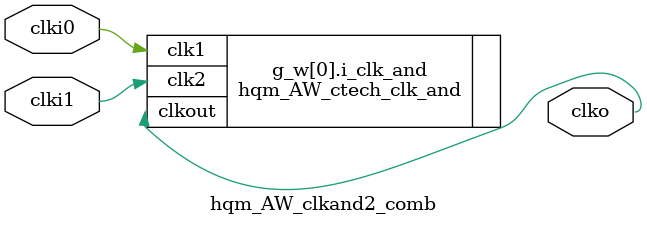
<source format=sv>

module hqm_AW_clkand2_comb #(
	 parameter WIDTH	= 1
) (
	 input	logic	[WIDTH-1:0]	clki0
	,input	logic	[WIDTH-1:0]	clki1

	,output	logic	[WIDTH-1:0]	clko
);

//-----------------------------------------------------------------------------------------------------

// collage-pragma translate_off

genvar g;

generate
 for (g=0; g<WIDTH; g=g+1) begin: g_w
  hqm_AW_ctech_clk_and i_clk_and (.clk1(clki0[g]), .clk2(clki1[g]), .clkout(clko[g]));
 end
endgenerate

// collage-pragma translate_on
endmodule // AW_clkand2_comb


</source>
